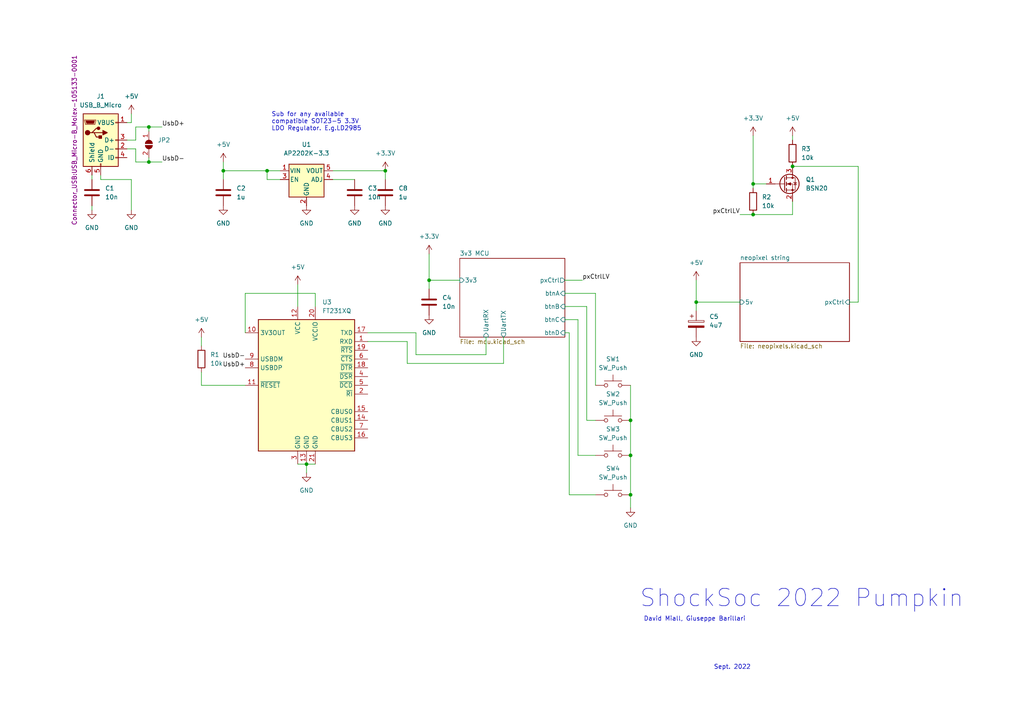
<source format=kicad_sch>
(kicad_sch (version 20211123) (generator eeschema)
  (paper "A4")
  (lib_symbols
    (symbol "Connector:USB_B_Micro" (pin_names (offset 1.016))
      (property "Reference" "J" (at -5.08 11.43 0))
      (property "Value" "USB_B_Micro" (at -5.08 8.89 0))
      (symbol "USB_B_Micro_0_1"
        (rectangle (start -5.08 -7.62) (end 5.08 7.62) (stroke (width 0.254)) (fill (type background)))
        (circle (center -3.81 2.159) (radius 0.635) (stroke (width 0.254)) (fill (type outline)))
        (circle (center -0.635 3.429) (radius 0.381) (stroke (width 0.254)) (fill (type outline)))
        (rectangle (start -0.127 -7.62) (end 0.127 -6.858))
        (polyline (pts (xy -1.905 2.159) (xy 0.635 2.159)) (stroke (width 0.254)))
        (polyline (pts (xy -3.175 2.159) (xy -2.54 2.159) (xy -1.27 3.429) (xy -0.635 3.429)) (stroke (width 0.254)))
        (polyline (pts (xy -2.54 2.159) (xy -1.905 2.159) (xy -1.27 0.889) (xy 0 0.889)) (stroke (width 0.254)))
        (polyline (pts (xy 0.635 2.794) (xy 0.635 1.524) (xy 1.905 2.159) (xy 0.635 2.794)) (stroke (width 0.254)) (fill (type outline)))
        (polyline (pts (xy -4.318 5.588) (xy -1.778 5.588) (xy -2.032 4.826) (xy -4.064 4.826) (xy -4.318 5.588)) (fill (type outline)))
        (polyline (pts (xy -4.699 5.842) (xy -4.699 5.588) (xy -4.445 4.826) (xy -4.445 4.572) (xy -1.651 4.572) (xy -1.651 4.826) (xy -1.397 5.588) (xy -1.397 5.842) (xy -4.699 5.842)))
        (rectangle (start 0.254 1.27) (end -0.508 0.508) (stroke (width 0.254)) (fill (type outline)))
        (rectangle (start 5.08 -5.207) (end 4.318 -4.953))
        (rectangle (start 5.08 -2.667) (end 4.318 -2.413))
        (rectangle (start 5.08 -0.127) (end 4.318 0.127))
        (rectangle (start 5.08 4.953) (end 4.318 5.207))
      )
      (symbol "USB_B_Micro_1_1"
        (pin power_out line (at 7.62 5.08 180) (length 2.54) (name "VBUS") (number "1"))
        (pin bidirectional line (at 7.62 -2.54 180) (length 2.54) (name "D-") (number "2"))
        (pin bidirectional line (at 7.62 0 180) (length 2.54) (name "D+") (number "3"))
        (pin passive line (at 7.62 -5.08 180) (length 2.54) (name "ID") (number "4"))
        (pin power_out line (at 0 -10.16 90) (length 2.54) (name "GND") (number "5"))
        (pin passive line (at -2.54 -10.16 90) (length 2.54) (name "Shield") (number "6"))
      )
    )
    (symbol "Device:C" (pin_numbers hide) (pin_names (offset 0.254))
      (property "Reference" "C" (at 0.635 2.54 0))
      (property "Value" "C" (at 0.635 -2.54 0))
      (symbol "C_0_1"
        (polyline (pts (xy -2.032 -0.762) (xy 2.032 -0.762)) (stroke (width 0.508)))
        (polyline (pts (xy -2.032 0.762) (xy 2.032 0.762)) (stroke (width 0.508)))
      )
      (symbol "C_1_1"
        (pin passive line (at 0 3.81 270) (length 2.794) (name "~") (number "1"))
        (pin passive line (at 0 -3.81 90) (length 2.794) (name "~") (number "2"))
      )
    )
    (symbol "Device:C_Polarized" (pin_numbers hide) (pin_names (offset 0.254))
      (property "Reference" "C" (at 0.635 2.54 0))
      (property "Value" "C_Polarized" (at 0.635 -2.54 0))
      (symbol "C_Polarized_0_1"
        (rectangle (start -2.286 0.508) (end 2.286 1.016))
        (polyline (pts (xy -1.778 2.286) (xy -0.762 2.286)))
        (polyline (pts (xy -1.27 2.794) (xy -1.27 1.778)))
        (rectangle (start 2.286 -0.508) (end -2.286 -1.016) (fill (type outline)))
      )
      (symbol "C_Polarized_1_1"
        (pin passive line (at 0 3.81 270) (length 2.794) (name "~") (number "1"))
        (pin passive line (at 0 -3.81 90) (length 2.794) (name "~") (number "2"))
      )
    )
    (symbol "Device:R" (pin_numbers hide) (pin_names (offset 0))
      (property "Reference" "R" (at 2.032 0 90))
      (property "Value" "R" (at 0 0 90))
      (symbol "R_0_1"
        (rectangle (start -1.016 -2.54) (end 1.016 2.54) (stroke (width 0.254)))
      )
      (symbol "R_1_1"
        (pin passive line (at 0 3.81 270) (length 1.27) (name "~") (number "1"))
        (pin passive line (at 0 -3.81 90) (length 1.27) (name "~") (number "2"))
      )
    )
    (symbol "Interface_USB:FT231XQ"
      (property "Reference" "U" (at -13.97 20.32 0))
      (property "Value" "FT231XQ" (at 6.35 20.32 0))
      (symbol "FT231XQ_0_1"
        (rectangle (start -13.97 19.05) (end 13.97 -19.05) (stroke (width 0.254)) (fill (type background)))
      )
      (symbol "FT231XQ_1_1"
        (pin input line (at 17.78 12.7 180) (length 3.81) (name "RXD") (number "1"))
        (pin power_out line (at -17.78 15.24 0) (length 3.81) (name "3V3OUT") (number "10"))
        (pin input line (at -17.78 0 0) (length 3.81) (name "~{RESET}") (number "11"))
        (pin power_in line (at -2.54 22.86 270) (length 3.81) (name "VCC") (number "12"))
        (pin power_in line (at 0 -22.86 90) (length 3.81) (name "GND") (number "13"))
        (pin bidirectional line (at 17.78 -10.16 180) (length 3.81) (name "CBUS1") (number "14"))
        (pin bidirectional line (at 17.78 -7.62 180) (length 3.81) (name "CBUS0") (number "15"))
        (pin bidirectional line (at 17.78 -15.24 180) (length 3.81) (name "CBUS3") (number "16"))
        (pin output line (at 17.78 15.24 180) (length 3.81) (name "TXD") (number "17"))
        (pin output line (at 17.78 5.08 180) (length 3.81) (name "~{DTR}") (number "18"))
        (pin output line (at 17.78 10.16 180) (length 3.81) (name "~{RTS}") (number "19"))
        (pin input line (at 17.78 -2.54 180) (length 3.81) (name "~{RI}") (number "2"))
        (pin power_in line (at 2.54 22.86 270) (length 3.81) (name "VCCIO") (number "20"))
        (pin power_in line (at 2.54 -22.86 90) (length 3.81) (name "GND") (number "21"))
        (pin power_in line (at -2.54 -22.86 90) (length 3.81) (name "GND") (number "3"))
        (pin input line (at 17.78 2.54 180) (length 3.81) (name "~{DSR}") (number "4"))
        (pin input line (at 17.78 0 180) (length 3.81) (name "~{DCD}") (number "5"))
        (pin input line (at 17.78 7.62 180) (length 3.81) (name "~{CTS}") (number "6"))
        (pin bidirectional line (at 17.78 -12.7 180) (length 3.81) (name "CBUS2") (number "7"))
        (pin bidirectional line (at -17.78 5.08 0) (length 3.81) (name "USBDP") (number "8"))
        (pin bidirectional line (at -17.78 7.62 0) (length 3.81) (name "USBDM") (number "9"))
      )
    )
    (symbol "Jumper:SolderJumper_2_Open" (pin_names (offset 0) hide)
      (property "Reference" "JP" (at 0 2.032 0))
      (property "Value" "SolderJumper_2_Open" (at 0 -2.54 0))
      (symbol "SolderJumper_2_Open_0_1"
        (arc (start -0.254 1.016) (mid -1.27 0) (end -0.254 -1.016))
        (arc (start -0.254 1.016) (mid -1.27 0) (end -0.254 -1.016) (fill (type outline)))
        (polyline (pts (xy -0.254 1.016) (xy -0.254 -1.016)))
        (polyline (pts (xy 0.254 1.016) (xy 0.254 -1.016)))
        (arc (start 0.254 -1.016) (mid 1.27 0) (end 0.254 1.016))
        (arc (start 0.254 -1.016) (mid 1.27 0) (end 0.254 1.016) (fill (type outline)))
      )
      (symbol "SolderJumper_2_Open_1_1"
        (pin passive line (at -3.81 0 0) (length 2.54) (name "A") (number "1"))
        (pin passive line (at 3.81 0 180) (length 2.54) (name "B") (number "2"))
      )
    )
    (symbol "Regulator_Linear:AP2204K-ADJ" (pin_names (offset 0.254))
      (property "Reference" "U" (at -5.08 5.715 0))
      (property "Value" "AP2204K-ADJ" (at 0 5.715 0))
      (symbol "AP2204K-ADJ_0_1"
        (rectangle (start -5.08 4.445) (end 5.08 -5.08) (stroke (width 0.254)) (fill (type background)))
      )
      (symbol "AP2204K-ADJ_1_1"
        (pin power_in line (at -7.62 2.54 0) (length 2.54) (name "VIN") (number "1"))
        (pin power_in line (at 0 -7.62 90) (length 2.54) (name "GND") (number "2"))
        (pin input line (at -7.62 0 0) (length 2.54) (name "EN") (number "3"))
        (pin input line (at 7.62 0 180) (length 2.54) (name "ADJ") (number "4"))
        (pin power_out line (at 7.62 2.54 180) (length 2.54) (name "VOUT") (number "5"))
      )
    )
    (symbol "Switch:SW_Push" (pin_numbers hide) (pin_names (offset 1.016) hide)
      (property "Reference" "SW" (at 1.27 2.54 0))
      (property "Value" "SW_Push" (at 0 -1.524 0))
      (symbol "SW_Push_0_1"
        (circle (center -2.032 0) (radius 0.508))
        (polyline (pts (xy 0 1.27) (xy 0 3.048)))
        (polyline (pts (xy 2.54 1.27) (xy -2.54 1.27)))
        (circle (center 2.032 0) (radius 0.508))
        (pin passive line (at -5.08 0 0) (length 2.54) (name "1") (number "1"))
        (pin passive line (at 5.08 0 180) (length 2.54) (name "2") (number "2"))
      )
    )
    (symbol "Transistor_FET:BSN20" (pin_names hide)
      (property "Reference" "Q" (at 5.08 1.905 0))
      (property "Value" "BSN20" (at 5.08 0 0))
      (symbol "BSN20_0_1"
        (polyline (pts (xy 0.254 0) (xy -2.54 0)))
        (polyline (pts (xy 0.254 1.905) (xy 0.254 -1.905)) (stroke (width 0.254)))
        (polyline (pts (xy 0.762 -1.27) (xy 0.762 -2.286)) (stroke (width 0.254)))
        (polyline (pts (xy 0.762 0.508) (xy 0.762 -0.508)) (stroke (width 0.254)))
        (polyline (pts (xy 0.762 2.286) (xy 0.762 1.27)) (stroke (width 0.254)))
        (polyline (pts (xy 2.54 2.54) (xy 2.54 1.778)))
        (polyline (pts (xy 2.54 -2.54) (xy 2.54 0) (xy 0.762 0)))
        (polyline (pts (xy 0.762 -1.778) (xy 3.302 -1.778) (xy 3.302 1.778) (xy 0.762 1.778)))
        (polyline (pts (xy 1.016 0) (xy 2.032 0.381) (xy 2.032 -0.381) (xy 1.016 0)) (fill (type outline)))
        (polyline (pts (xy 2.794 0.508) (xy 2.921 0.381) (xy 3.683 0.381) (xy 3.81 0.254)))
        (polyline (pts (xy 3.302 0.381) (xy 2.921 -0.254) (xy 3.683 -0.254) (xy 3.302 0.381)))
        (circle (center 1.651 0) (radius 2.794) (stroke (width 0.254)))
        (circle (center 2.54 -1.778) (radius 0.254) (fill (type outline)))
        (circle (center 2.54 1.778) (radius 0.254) (fill (type outline)))
      )
      (symbol "BSN20_1_1"
        (pin input line (at -5.08 0 0) (length 2.54) (name "G") (number "1"))
        (pin passive line (at 2.54 -5.08 90) (length 2.54) (name "S") (number "2"))
        (pin passive line (at 2.54 5.08 270) (length 2.54) (name "D") (number "3"))
      )
    )
    (symbol "power:+3.3V" (power) (pin_names (offset 0))
      (property "Value" "+3.3V" (at 0 3.556 0))
      (symbol "+3.3V_0_1"
        (polyline (pts (xy -0.762 1.27) (xy 0 2.54)))
        (polyline (pts (xy 0 0) (xy 0 2.54)))
        (polyline (pts (xy 0 2.54) (xy 0.762 1.27)))
      )
      (symbol "+3.3V_1_1"
        (pin power_in line (at 0 0 90) (length 0) hide (name "+3.3V") (number "1"))
      )
    )
    (symbol "power:+5V" (power) (pin_names (offset 0))
      (property "Value" "+5V" (at 0 3.556 0))
      (symbol "+5V_0_1"
        (polyline (pts (xy -0.762 1.27) (xy 0 2.54)))
        (polyline (pts (xy 0 0) (xy 0 2.54)))
        (polyline (pts (xy 0 2.54) (xy 0.762 1.27)))
      )
      (symbol "+5V_1_1"
        (pin power_in line (at 0 0 90) (length 0) hide (name "+5V") (number "1"))
      )
    )
    (symbol "power:GND" (power) (pin_names (offset 0))
      (property "Value" "GND" (at 0 -3.81 0))
      (symbol "GND_0_1"
        (polyline (pts (xy 0 0) (xy 0 -1.27) (xy 1.27 -1.27) (xy 0 -2.54) (xy -1.27 -1.27) (xy 0 -1.27)))
      )
      (symbol "GND_1_1"
        (pin power_in line (at 0 0 270) (length 0) hide (name "GND") (number "1"))
      )
    )
  )
  (junction (at 218.44 53.34))
  (junction (at 43.18 46.99))
  (junction (at 64.77 49.53))
  (junction (at 218.44 62.23))
  (junction (at 43.18 36.83))
  (junction (at 182.88 132.08))
  (junction (at 77.47 49.53))
  (junction (at 201.93 87.63))
  (junction (at 111.76 49.53))
  (junction (at 124.46 81.28))
  (junction (at 182.88 143.51))
  (junction (at 182.88 121.92))
  (junction (at 229.87 48.26))
  (junction (at 88.9 134.62))
  (wire (pts (xy 91.44 85.09) (xy 91.44 88.9)))
  (wire (pts (xy 229.87 58.42) (xy 229.87 62.23)))
  (wire (pts (xy 218.44 39.37) (xy 218.44 53.34)))
  (wire (pts (xy 36.83 35.56) (xy 38.1 35.56)))
  (wire (pts (xy 170.18 88.9) (xy 170.18 121.92)))
  (wire (pts (xy 71.12 111.76) (xy 58.42 111.76)))
  (wire (pts (xy 214.63 62.23) (xy 218.44 62.23)))
  (wire (pts (xy 26.67 59.69) (xy 26.67 60.96)))
  (wire (pts (xy 163.83 88.9) (xy 170.18 88.9)))
  (wire (pts (xy 43.18 36.83) (xy 43.18 38.1)))
  (wire (pts (xy 43.18 45.72) (xy 43.18 46.99)))
  (wire (pts (xy 229.87 39.37) (xy 229.87 40.64)))
  (wire (pts (xy 96.52 49.53) (xy 111.76 49.53)))
  (wire (pts (xy 118.11 105.41) (xy 146.05 105.41)))
  (wire (pts (xy 77.47 52.07) (xy 77.47 49.53)))
  (wire (pts (xy 172.72 85.09) (xy 172.72 111.76)))
  (wire (pts (xy 38.1 35.56) (xy 38.1 33.02)))
  (wire (pts (xy 163.83 92.71) (xy 167.64 92.71)))
  (wire (pts (xy 133.35 81.28) (xy 124.46 81.28)))
  (wire (pts (xy 118.11 99.06) (xy 118.11 105.41)))
  (wire (pts (xy 120.65 102.87) (xy 140.97 102.87)))
  (wire (pts (xy 229.87 48.26) (xy 248.92 48.26)))
  (wire (pts (xy 248.92 48.26) (xy 248.92 87.63)))
  (wire (pts (xy 86.36 134.62) (xy 88.9 134.62)))
  (wire (pts (xy 58.42 111.76) (xy 58.42 107.95)))
  (wire (pts (xy 39.37 46.99) (xy 43.18 46.99)))
  (wire (pts (xy 86.36 82.55) (xy 86.36 88.9)))
  (wire (pts (xy 163.83 96.52) (xy 165.1 96.52)))
  (wire (pts (xy 165.1 96.52) (xy 165.1 143.51)))
  (wire (pts (xy 182.88 143.51) (xy 182.88 147.32)))
  (wire (pts (xy 77.47 49.53) (xy 81.28 49.53)))
  (wire (pts (xy 124.46 81.28) (xy 124.46 83.82)))
  (wire (pts (xy 64.77 46.99) (xy 64.77 49.53)))
  (wire (pts (xy 38.1 60.96) (xy 38.1 52.07)))
  (wire (pts (xy 120.65 96.52) (xy 120.65 102.87)))
  (wire (pts (xy 218.44 62.23) (xy 229.87 62.23)))
  (wire (pts (xy 167.64 92.71) (xy 167.64 132.08)))
  (wire (pts (xy 182.88 132.08) (xy 182.88 143.51)))
  (wire (pts (xy 106.68 96.52) (xy 120.65 96.52)))
  (wire (pts (xy 36.83 43.18) (xy 39.37 43.18)))
  (wire (pts (xy 248.92 87.63) (xy 246.38 87.63)))
  (wire (pts (xy 201.93 87.63) (xy 214.63 87.63)))
  (wire (pts (xy 64.77 49.53) (xy 77.47 49.53)))
  (wire (pts (xy 182.88 121.92) (xy 182.88 132.08)))
  (wire (pts (xy 222.25 53.34) (xy 218.44 53.34)))
  (wire (pts (xy 38.1 52.07) (xy 29.21 52.07)))
  (wire (pts (xy 163.83 85.09) (xy 172.72 85.09)))
  (wire (pts (xy 182.88 111.76) (xy 182.88 121.92)))
  (wire (pts (xy 218.44 53.34) (xy 218.44 54.61)))
  (wire (pts (xy 201.93 87.63) (xy 201.93 90.17)))
  (wire (pts (xy 88.9 134.62) (xy 91.44 134.62)))
  (wire (pts (xy 58.42 97.79) (xy 58.42 100.33)))
  (wire (pts (xy 43.18 36.83) (xy 46.99 36.83)))
  (wire (pts (xy 88.9 134.62) (xy 88.9 137.16)))
  (wire (pts (xy 81.28 52.07) (xy 77.47 52.07)))
  (wire (pts (xy 106.68 99.06) (xy 118.11 99.06)))
  (wire (pts (xy 170.18 121.92) (xy 172.72 121.92)))
  (wire (pts (xy 201.93 81.28) (xy 201.93 87.63)))
  (wire (pts (xy 146.05 97.79) (xy 146.05 105.41)))
  (wire (pts (xy 163.83 81.28) (xy 168.91 81.28)))
  (wire (pts (xy 39.37 43.18) (xy 39.37 46.99)))
  (wire (pts (xy 26.67 50.8) (xy 26.67 52.07)))
  (wire (pts (xy 165.1 143.51) (xy 172.72 143.51)))
  (wire (pts (xy 111.76 49.53) (xy 111.76 52.07)))
  (wire (pts (xy 124.46 81.28) (xy 124.46 73.66)))
  (wire (pts (xy 39.37 40.64) (xy 39.37 36.83)))
  (wire (pts (xy 71.12 85.09) (xy 91.44 85.09)))
  (wire (pts (xy 39.37 36.83) (xy 43.18 36.83)))
  (wire (pts (xy 140.97 97.79) (xy 140.97 102.87)))
  (wire (pts (xy 96.52 52.07) (xy 102.87 52.07)))
  (wire (pts (xy 167.64 132.08) (xy 172.72 132.08)))
  (wire (pts (xy 29.21 52.07) (xy 29.21 50.8)))
  (wire (pts (xy 64.77 49.53) (xy 64.77 52.07)))
  (wire (pts (xy 71.12 96.52) (xy 71.12 85.09)))
  (wire (pts (xy 36.83 40.64) (xy 39.37 40.64)))
  (wire (pts (xy 43.18 46.99) (xy 46.99 46.99)))
  (text "David Miall, Giuseppe Barillari" (at 186.69 180.34 0) (effects (font (size 1.27 1.27)) (justify left bottom)))
  (text "Sub for any available\ncompatible SOT23-5 3.3V\nLDO Regulator. E.g.LD2985" (at 78.74 38.1 0) (effects (font (size 1.27 1.27)) (justify left bottom)))
  (text "ShockSoc 2022 Pumpkin" (at 185.42 176.53 0) (effects (font (size 5 5)) (justify left bottom)))
  (text "Sept. 2022" (at 207.01 194.31 0) (effects (font (size 1.27 1.27)) (justify left bottom)))
  (label "pxCtrlLV" (at 214.63 62.23 180))
  (label "pxCtrlLV" (at 168.91 81.28 0))
  (label "UsbD+" (at 71.12 106.68 180))
  (label "UsbD+" (at 46.99 36.83 0))
  (label "UsbD-" (at 46.99 46.99 0))
  (label "UsbD-" (at 71.12 104.14 180))
  (symbol (lib_id "power:GND") (at 182.88 147.32 0) (unit 1)
    (property "Reference" "#PWR013" (effects hide))
    (property "Value" "GND" (at 182.88 152.4 0))
  )
  (symbol (lib_id "power:GND") (at 102.87 59.69 0) (unit 1)
    (property "Reference" "#PWR0105" (effects hide))
    (property "Value" "GND" (at 102.87 64.77 0))
  )
  (symbol (lib_id "Transistor_FET:BSN20") (at 227.33 53.34 0) (unit 1)
    (property "Reference" "Q1" (at 233.68 52.0699 0) (effects (justify left)))
    (property "Value" "BSN20" (at 233.68 54.6099 0) (effects (justify left)))
    (property "Footprint" "Package_TO_SOT_SMD:SOT-23" (effects hide))
    (property "Datasheet" "http://www.diodes.com/assets/Datasheets/ds31898.pdf" (effects hide))
  )
  (symbol (lib_id "Device:C") (at 64.77 55.88 0) (unit 1)
    (property "Reference" "C2" (at 68.58 54.6099 0) (effects (justify left)))
    (property "Value" "1u" (at 68.58 57.1499 0) (effects (justify left)))
    (property "Footprint" "Capacitor_SMD:C_0805_2012Metric_Pad1.18x1.45mm_HandSolder" (effects hide))
  )
  (symbol (lib_id "Device:R") (at 58.42 104.14 0) (unit 1)
    (property "Reference" "R1" (at 60.96 102.8699 0) (effects (justify left)))
    (property "Value" "10k" (at 60.96 105.4099 0) (effects (justify left)))
    (property "Footprint" "Resistor_SMD:R_0805_2012Metric_Pad1.20x1.40mm_HandSolder" (effects hide))
  )
  (symbol (lib_id "Device:C") (at 111.76 55.88 0) (unit 1)
    (property "Reference" "C8" (at 115.57 54.6099 0) (effects (justify left)))
    (property "Value" "1u" (at 115.57 57.1499 0) (effects (justify left)))
    (property "Footprint" "Capacitor_SMD:C_0805_2012Metric_Pad1.18x1.45mm_HandSolder" (effects hide))
  )
  (symbol (lib_id "power:GND") (at 124.46 91.44 0) (unit 1)
    (property "Reference" "#PWR012" (effects hide))
    (property "Value" "GND" (at 124.46 96.52 0))
  )
  (symbol (lib_id "Interface_USB:FT231XQ") (at 88.9 111.76 0) (unit 1)
    (property "Reference" "U3" (at 93.4594 87.63 0) (effects (justify left)))
    (property "Value" "FT231XQ" (at 93.4594 90.17 0) (effects (justify left)))
    (property "Footprint" "Package_DFN_QFN:QFN-20-1EP_4x4mm_P0.5mm_EP2.5x2.5mm" (effects hide))
    (property "Datasheet" "https://www.ftdichip.com/Support/Documents/DataSheets/ICs/DS_FT231X.pdf" (effects hide))
  )
  (symbol (lib_id "power:GND") (at 64.77 59.69 0) (unit 1)
    (property "Reference" "#PWR0108" (effects hide))
    (property "Value" "GND" (at 64.77 64.77 0))
  )
  (symbol (lib_id "Device:C_Polarized") (at 201.93 93.98 0) (unit 1)
    (property "Reference" "C5" (at 205.74 91.8209 0) (effects (justify left)))
    (property "Value" "4u7" (at 205.74 94.3609 0) (effects (justify left)))
    (property "Footprint" "Capacitor_SMD:C_0805_2012Metric_Pad1.18x1.45mm_HandSolder" (effects hide))
  )
  (symbol (lib_id "Switch:SW_Push") (at 177.8 132.08 0) (unit 1)
    (property "Reference" "SW3" (at 177.8 124.46 0))
    (property "Value" "SW_Push" (at 177.8 127 0))
    (property "Footprint" "Button_Switch_SMD:SW_Push_1P1T_NO_6x6mm_H9.5mm" (effects hide))
  )
  (symbol (lib_id "Device:R") (at 229.87 44.45 0) (unit 1)
    (property "Reference" "R3" (at 232.41 43.1799 0) (effects (justify left)))
    (property "Value" "10k" (at 232.41 45.7199 0) (effects (justify left)))
    (property "Footprint" "Resistor_SMD:R_0805_2012Metric_Pad1.20x1.40mm_HandSolder" (effects hide))
  )
  (symbol (lib_id "Device:C") (at 26.67 55.88 0) (unit 1)
    (property "Reference" "C1" (at 30.48 54.6099 0) (effects (justify left)))
    (property "Value" "10n" (at 30.48 57.1499 0) (effects (justify left)))
    (property "Footprint" "Capacitor_SMD:C_0805_2012Metric_Pad1.18x1.45mm_HandSolder" (effects hide))
  )
  (symbol (lib_id "Regulator_Linear:AP2204K-ADJ") (at 88.9 52.07 0) (unit 1)
    (property "Reference" "U1" (at 88.9 41.91 0))
    (property "Value" "AP2202K-3.3" (at 88.9 44.45 0))
    (property "Footprint" "Package_TO_SOT_SMD:SOT-23-5" (effects hide))
    (property "Datasheet" "https://www.diodes.com/assets/Datasheets/AP2204.pdf" (effects hide))
  )
  (symbol (lib_id "power:+3.3V") (at 124.46 73.66 0) (unit 1)
    (property "Reference" "#PWR011" (effects hide))
    (property "Value" "+3.3V" (at 124.46 68.58 0))
  )
  (symbol (lib_id "Device:C") (at 102.87 55.88 0) (unit 1)
    (property "Reference" "C3" (at 106.68 54.6099 0) (effects (justify left)))
    (property "Value" "10n" (at 106.68 57.1499 0) (effects (justify left)))
    (property "Footprint" "Capacitor_SMD:C_0805_2012Metric_Pad1.18x1.45mm_HandSolder" (effects hide))
  )
  (symbol (lib_id "power:+5V") (at 38.1 33.02 0) (unit 1)
    (property "Reference" "#PWR02" (effects hide))
    (property "Value" "+5V" (at 38.1 27.94 0))
  )
  (symbol (lib_id "power:GND") (at 88.9 59.69 0) (unit 1)
    (property "Reference" "#PWR0106" (effects hide))
    (property "Value" "GND" (at 88.9 64.77 0))
  )
  (symbol (lib_id "Switch:SW_Push") (at 177.8 111.76 0) (unit 1)
    (property "Reference" "SW1" (at 177.8 104.14 0))
    (property "Value" "SW_Push" (at 177.8 106.68 0))
    (property "Footprint" "Button_Switch_SMD:SW_Push_1P1T_NO_6x6mm_H9.5mm" (effects hide))
  )
  (symbol (lib_id "Jumper:SolderJumper_2_Open") (at 43.18 41.91 270) (unit 1)
    (property "Reference" "JP2" (at 45.72 40.6399 90) (effects (justify left)))
    (property "Value" "SolderJumper_2_Open" (effects hide))
    (property "Footprint" "Jumper:SolderJumper-2_P1.3mm_Open_RoundedPad1.0x1.5mm" (effects hide))
  )
  (symbol (lib_id "Device:R") (at 218.44 58.42 0) (unit 1)
    (property "Reference" "R2" (at 220.98 57.1499 0) (effects (justify left)))
    (property "Value" "10k" (at 220.98 59.6899 0) (effects (justify left)))
    (property "Footprint" "Resistor_SMD:R_0805_2012Metric_Pad1.20x1.40mm_HandSolder" (effects hide))
  )
  (symbol (lib_id "power:GND") (at 88.9 137.16 0) (unit 1)
    (property "Reference" "#PWR0101" (effects hide))
    (property "Value" "GND" (at 88.9 142.24 0))
  )
  (symbol (lib_id "power:+3.3V") (at 111.76 49.53 0) (unit 1)
    (property "Reference" "#PWR0110" (effects hide))
    (property "Value" "+3.3V" (at 111.76 44.45 0))
  )
  (symbol (lib_id "power:GND") (at 111.76 59.69 0) (unit 1)
    (property "Reference" "#PWR0109" (effects hide))
    (property "Value" "GND" (at 111.76 64.77 0))
  )
  (symbol (lib_id "Switch:SW_Push") (at 177.8 121.92 0) (unit 1)
    (property "Reference" "SW2" (at 177.8 114.3 0))
    (property "Value" "SW_Push" (at 177.8 116.84 0))
    (property "Footprint" "Button_Switch_SMD:SW_Push_1P1T_NO_6x6mm_H9.5mm" (effects hide))
  )
  (symbol (lib_id "power:GND") (at 26.67 60.96 0) (unit 1)
    (property "Reference" "#PWR01" (effects hide))
    (property "Value" "GND" (at 26.67 66.04 0))
  )
  (symbol (lib_id "power:+5V") (at 64.77 46.99 0) (unit 1)
    (property "Reference" "#PWR0107" (effects hide))
    (property "Value" "+5V" (at 64.77 41.91 0))
  )
  (symbol (lib_id "Connector:USB_B_Micro") (at 29.21 40.64 0) (unit 1)
    (property "Reference" "J1" (at 29.21 27.94 0))
    (property "Value" "USB_B_Micro" (at 29.21 30.48 0))
    (property "Footprint" "Connector_USB:USB_Micro-B_Molex-105133-0001" (at 21.59 40.64 90))
  )
  (symbol (lib_id "power:GND") (at 201.93 97.79 0) (unit 1)
    (property "Reference" "#PWR015" (effects hide))
    (property "Value" "GND" (at 201.93 102.87 0))
  )
  (symbol (lib_id "Switch:SW_Push") (at 177.8 143.51 0) (unit 1)
    (property "Reference" "SW4" (at 177.8 135.89 0))
    (property "Value" "SW_Push" (at 177.8 138.43 0))
    (property "Footprint" "Button_Switch_SMD:SW_Push_1P1T_NO_6x6mm_H9.5mm" (effects hide))
  )
  (symbol (lib_id "power:+5V") (at 58.42 97.79 0) (unit 1)
    (property "Reference" "#PWR04" (effects hide))
    (property "Value" "+5V" (at 58.42 92.71 0))
  )
  (symbol (lib_id "power:+5V") (at 201.93 81.28 0) (unit 1)
    (property "Reference" "#PWR014" (effects hide))
    (property "Value" "+5V" (at 201.93 76.2 0))
  )
  (symbol (lib_id "power:+5V") (at 86.36 82.55 0) (unit 1)
    (property "Reference" "#PWR07" (effects hide))
    (property "Value" "+5V" (at 86.36 77.47 0))
  )
  (symbol (lib_id "power:GND") (at 38.1 60.96 0) (unit 1)
    (property "Reference" "#PWR03" (effects hide))
    (property "Value" "GND" (at 38.1 66.04 0))
  )
  (symbol (lib_id "power:+3.3V") (at 218.44 39.37 0) (unit 1)
    (property "Reference" "#PWR016" (effects hide))
    (property "Value" "+3.3V" (at 218.44 34.29 0))
  )
  (symbol (lib_id "Device:C") (at 124.46 87.63 0) (unit 1)
    (property "Reference" "C4" (at 128.27 86.3599 0) (effects (justify left)))
    (property "Value" "10n" (at 128.27 88.8999 0) (effects (justify left)))
    (property "Footprint" "Capacitor_SMD:C_0805_2012Metric_Pad1.18x1.45mm_HandSolder" (effects hide))
  )
  (symbol (lib_id "power:+5V") (at 229.87 39.37 0) (unit 1)
    (property "Reference" "#PWR017" (effects hide))
    (property "Value" "+5V" (at 229.87 34.29 0))
  )
  (sheet (at 133.35 74.93) (size 30.48 22.86) (stroke (width 0.1524))
    (property "Sheet name" "3v3 MCU" (at 133.35 74.2184 0) (effects (justify left bottom)))
    (property "Sheet file" "mcu.kicad_sch" (at 133.35 98.3746 0) (effects (justify left top)))
    (pin "3v3" input (at 133.35 81.28 180))
    (pin "pxCtrl" output (at 163.83 81.28 0))
    (pin "btnA" input (at 163.83 85.09 0))
    (pin "btnB" input (at 163.83 88.9 0))
    (pin "btnC" input (at 163.83 92.71 0))
    (pin "btnD" input (at 163.83 96.52 0))
    (pin "UartRX" input (at 140.97 97.79 270))
    (pin "UartTX" output (at 146.05 97.79 270))
  )
  (sheet (at 214.63 76.2) (size 31.75 22.86) (stroke (width 0.1524))
    (property "Sheet name" "neopixel string" (at 214.63 75.4884 0) (effects (justify left bottom)))
    (property "Sheet file" "neopixels.kicad_sch" (at 214.63 99.6446 0) (effects (justify left top)))
    (pin "pxCtrl" input (at 246.38 87.63 0))
    (pin "5v" input (at 214.63 87.63 180))
  )
)
</source>
